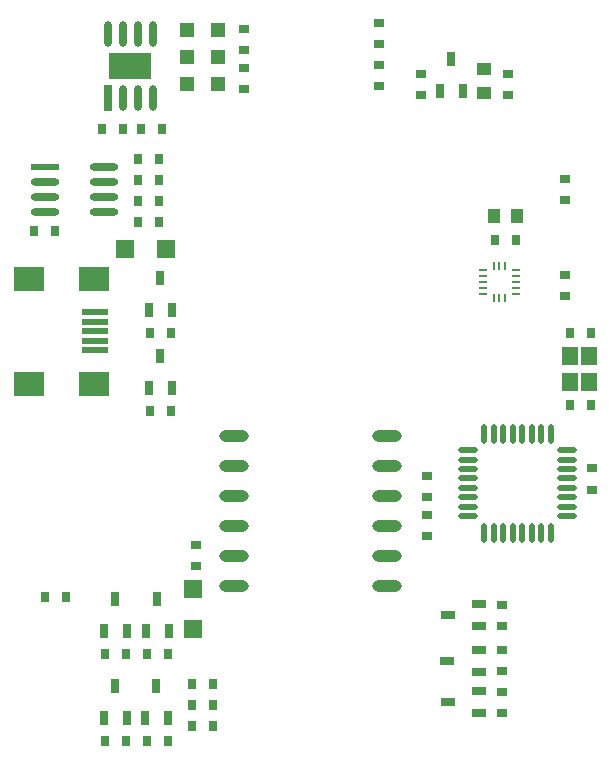
<source format=gtp>
G04 Layer_Color=8421504*
%FSTAX24Y24*%
%MOIN*%
G70*
G01*
G75*
%ADD10O,0.0984X0.0394*%
%ADD11R,0.0315X0.0374*%
%ADD12R,0.0374X0.0315*%
%ADD13R,0.0630X0.0630*%
%ADD14R,0.0256X0.0472*%
%ADD15R,0.0472X0.0256*%
%ADD16O,0.0650X0.0217*%
%ADD17O,0.0217X0.0650*%
%ADD18R,0.0551X0.0591*%
%ADD19R,0.0098X0.0256*%
%ADD20R,0.0256X0.0098*%
%ADD21C,0.0059*%
%ADD22R,0.0394X0.0512*%
%ADD23R,0.0945X0.0236*%
%ADD24O,0.0945X0.0236*%
%ADD25R,0.0984X0.0787*%
%ADD26R,0.0906X0.0197*%
%ADD27R,0.0630X0.0630*%
%ADD28R,0.0250X0.0860*%
%ADD29O,0.0250X0.0860*%
%ADD30R,0.1400X0.0900*%
%ADD31R,0.0472X0.0472*%
%ADD32R,0.0512X0.0394*%
D10*
X081199Y045761D02*
D03*
Y046761D02*
D03*
Y047761D02*
D03*
Y048761D02*
D03*
Y049761D02*
D03*
Y050761D02*
D03*
X076081Y045761D02*
D03*
Y046761D02*
D03*
Y047761D02*
D03*
Y048761D02*
D03*
Y049761D02*
D03*
Y050761D02*
D03*
D11*
X069786Y0454D02*
D03*
X070495D02*
D03*
X071786Y0435D02*
D03*
X072495D02*
D03*
X073895D02*
D03*
X073186D02*
D03*
X075395Y0418D02*
D03*
X074686D02*
D03*
X074686Y0425D02*
D03*
X075395D02*
D03*
X075395Y0411D02*
D03*
X074686D02*
D03*
X073895Y0406D02*
D03*
X073186D02*
D03*
X071786D02*
D03*
X072495D02*
D03*
X087286Y0542D02*
D03*
X087995D02*
D03*
Y0518D02*
D03*
X087286D02*
D03*
X084786Y0573D02*
D03*
X085495D02*
D03*
X072986Y061D02*
D03*
X073695D02*
D03*
X072886Y06D02*
D03*
X073595D02*
D03*
X071686Y061D02*
D03*
X072395D02*
D03*
X070136Y057613D02*
D03*
X069428D02*
D03*
X073286Y0516D02*
D03*
X073995D02*
D03*
X073995Y0542D02*
D03*
X073286D02*
D03*
X073595Y0579D02*
D03*
X072886D02*
D03*
X073595Y0586D02*
D03*
X072886D02*
D03*
X073595Y0593D02*
D03*
X072886D02*
D03*
D12*
X07484Y047154D02*
D03*
Y046446D02*
D03*
X08504Y041546D02*
D03*
Y042254D02*
D03*
Y043654D02*
D03*
Y042946D02*
D03*
X08504Y045154D02*
D03*
Y044446D02*
D03*
X08254Y048154D02*
D03*
Y047446D02*
D03*
Y049454D02*
D03*
Y048746D02*
D03*
X088019Y049691D02*
D03*
Y048982D02*
D03*
X08714Y059354D02*
D03*
Y058646D02*
D03*
Y055446D02*
D03*
Y056154D02*
D03*
X07644Y063054D02*
D03*
Y062346D02*
D03*
X08094Y063154D02*
D03*
Y062446D02*
D03*
Y063846D02*
D03*
Y064554D02*
D03*
X08234Y062854D02*
D03*
Y062146D02*
D03*
X08524D02*
D03*
Y062854D02*
D03*
X07644Y064354D02*
D03*
Y063646D02*
D03*
D13*
X07474Y045669D02*
D03*
Y044331D02*
D03*
D14*
X073914Y044278D02*
D03*
X073166D02*
D03*
X07354Y045322D02*
D03*
X072514Y044278D02*
D03*
X071766D02*
D03*
X07214Y045322D02*
D03*
X073877Y041379D02*
D03*
X073129D02*
D03*
X073503Y042424D02*
D03*
X072514Y041378D02*
D03*
X071766D02*
D03*
X07214Y042422D02*
D03*
X074014Y052378D02*
D03*
X073266D02*
D03*
X07364Y053422D02*
D03*
X074014Y054978D02*
D03*
X073266D02*
D03*
X07364Y056022D02*
D03*
X08334Y063322D02*
D03*
X082966Y062278D02*
D03*
X083714D02*
D03*
D15*
X084263Y042274D02*
D03*
Y041526D02*
D03*
X083218Y0419D02*
D03*
X084248Y043637D02*
D03*
Y042889D02*
D03*
X083203Y043263D02*
D03*
X084263Y045174D02*
D03*
Y044426D02*
D03*
X083218Y0448D02*
D03*
D16*
X087194Y048098D02*
D03*
Y048413D02*
D03*
Y048728D02*
D03*
Y049043D02*
D03*
Y049357D02*
D03*
Y049672D02*
D03*
Y049987D02*
D03*
Y050302D02*
D03*
X083887D02*
D03*
Y049987D02*
D03*
Y049672D02*
D03*
Y049357D02*
D03*
Y049043D02*
D03*
Y048728D02*
D03*
Y048413D02*
D03*
Y048098D02*
D03*
D17*
X086643Y050854D02*
D03*
X086328D02*
D03*
X086013D02*
D03*
X085698D02*
D03*
X085383D02*
D03*
X085068D02*
D03*
X084753D02*
D03*
X084438D02*
D03*
Y047546D02*
D03*
X084753D02*
D03*
X085068D02*
D03*
X085383D02*
D03*
X085698D02*
D03*
X086013D02*
D03*
X086328D02*
D03*
X086643D02*
D03*
D18*
X087305Y05344D02*
D03*
X087935D02*
D03*
Y052574D02*
D03*
X087305D02*
D03*
D19*
X085137Y055359D02*
D03*
X08494D02*
D03*
X084743D02*
D03*
Y056441D02*
D03*
X08494D02*
D03*
X085137D02*
D03*
D20*
X084399Y055506D02*
D03*
Y055703D02*
D03*
Y0559D02*
D03*
Y056097D02*
D03*
Y056294D02*
D03*
X085482D02*
D03*
Y056097D02*
D03*
Y0559D02*
D03*
Y055703D02*
D03*
Y055506D02*
D03*
D21*
X084596Y056412D02*
D03*
D22*
X084747Y0581D02*
D03*
X085534D02*
D03*
D23*
X069782Y059741D02*
D03*
D24*
Y059241D02*
D03*
Y058741D02*
D03*
Y058241D02*
D03*
X071751Y059741D02*
D03*
Y059241D02*
D03*
Y058741D02*
D03*
Y058241D02*
D03*
D25*
X071436Y052515D02*
D03*
Y056019D02*
D03*
X06927D02*
D03*
Y052515D02*
D03*
D26*
X071475Y053637D02*
D03*
Y053952D02*
D03*
Y054267D02*
D03*
Y054582D02*
D03*
Y054897D02*
D03*
D27*
X072471Y057D02*
D03*
X07381D02*
D03*
D28*
X07189Y06204D02*
D03*
D29*
X07239D02*
D03*
X07289D02*
D03*
X07339D02*
D03*
X07189Y06416D02*
D03*
X07239D02*
D03*
X07289D02*
D03*
X07339D02*
D03*
D30*
X07264Y0631D02*
D03*
D31*
X074528Y0634D02*
D03*
X075552D02*
D03*
X074528Y0625D02*
D03*
X075552D02*
D03*
X074528Y0643D02*
D03*
X075552D02*
D03*
D32*
X08444Y062206D02*
D03*
Y062994D02*
D03*
M02*

</source>
